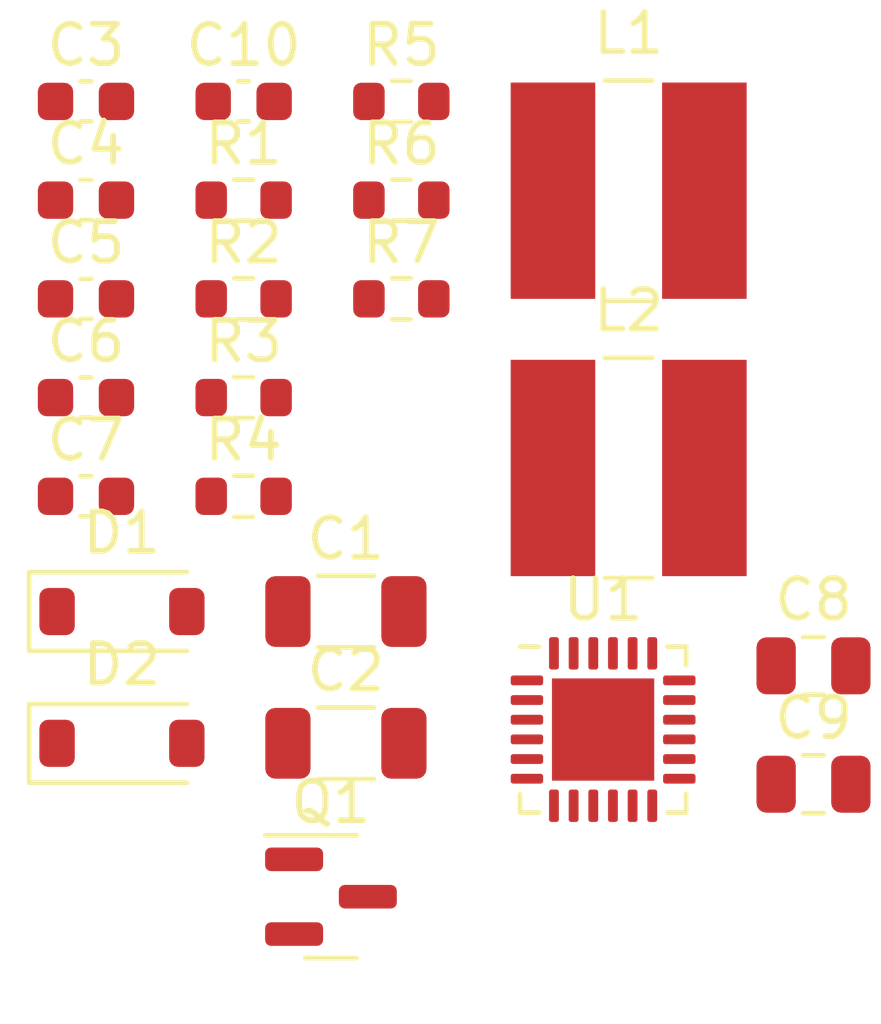
<source format=kicad_pcb>
(kicad_pcb (version 20221018) (generator pcbnew)
  (layers (0 "F.Cu" signal) (31 "B.Cu" signal) (34 "B.Paste" user) (35 "F.Paste" user) (36 "B.SilkS" user "B.Silkscreen") (37 "F.SilkS" user "F.Silkscreen") (38 "B.Mask" user) (39 "F.Mask" user) (44 "Edge.Cuts" user))
  (net 0 "")
  (net 1 "+5V")
  (net 2 "GND")
  (net 3 "/n_mos")
  (net 4 "Net-(U1-ENN)")
  (net 5 "Net-(U1-CP)")
  (net 6 "+12L")
  (net 7 "Net-(U1-FBP)")
  (net 8 "Net-(U1-FBN)")
  (net 9 "-12V")
  (net 10 "Net-(U1-VREF)")
  (net 11 "Net-(U1-CN)")
  (net 12 "/INP")
  (net 13 "/OUT")
  (net 14 "Net-(Q1-G)")
  (footprint "Capacitor_SMD:C_0603_1608Metric" (layer "F.Cu") (at 138.35 61.45)
    (fp_text reference "C10" (at 0 -1.43) (layer "F.SilkS"))
    (fp_text value "4n7")
    (fp_line (start -0.14058 -0.51) (end 0.14058 -0.51) (stroke (width 0.12)) (layer "F.SilkS"))
    (fp_line (start -0.14058 0.51) (end 0.14058 0.51) (stroke (width 0.12)) (layer "F.SilkS"))
    (pad "1" smd roundrect (at -0.775 0) (size 0.9 0.95) (layers "F.Cu" "F.Paste" "F.Mask") (net 11 "Net-(U1-CN)"))
    (pad "2" smd roundrect (at 0.775 0) (size 0.9 0.95) (layers "F.Cu" "F.Paste" "F.Mask") (net 2 "GND"))
  )
  (footprint "Inductor_SMD:L_TracoPower_TCK-047_5.2x5.8mm" (layer "F.Cu") (at 148.14 63.72)
    (fp_text reference "L1" (at 0 -4) (layer "F.SilkS"))
    (fp_text value "10u")
    (fp_line (start -0.6 2.8) (end 0.6 2.8) (stroke (width 0.12)) (layer "F.SilkS"))
    (fp_line (start 0.6 -2.8) (end -0.6 -2.8) (stroke (width 0.12)) (layer "F.SilkS"))
    (pad "1" smd rect (at -1.925 0 90) (size 5.5 2.15) (layers "F.Cu" "F.Paste" "F.Mask") (net 3 "/n_mos"))
    (pad "2" smd rect (at 1.925 0 90) (size 5.5 2.15) (layers "F.Cu" "F.Paste" "F.Mask") (net 12 "/INP"))
  )
  (footprint "Inductor_SMD:L_TracoPower_TCK-047_5.2x5.8mm" (layer "F.Cu") (at 148.14 70.77)
    (fp_text reference "L2" (at 0 -4) (layer "F.SilkS"))
    (fp_text value "10u")
    (fp_line (start -0.6 2.8) (end 0.6 2.8) (stroke (width 0.12)) (layer "F.SilkS"))
    (fp_line (start 0.6 -2.8) (end -0.6 -2.8) (stroke (width 0.12)) (layer "F.SilkS"))
    (pad "1" smd rect (at -1.925 0 90) (size 5.5 2.15) (layers "F.Cu" "F.Paste" "F.Mask") (net 13 "/OUT"))
    (pad "2" smd rect (at 1.925 0 90) (size 5.5 2.15) (layers "F.Cu" "F.Paste" "F.Mask") (net 2 "GND"))
  )
  (footprint "Capacitor_SMD:C_0603_1608Metric" (layer "F.Cu") (at 134.34 61.45)
    (fp_text reference "C3" (at 0 -1.43) (layer "F.SilkS"))
    (fp_text value "100n")
    (fp_line (start -0.14058 -0.51) (end 0.14058 -0.51) (stroke (width 0.12)) (layer "F.SilkS"))
    (fp_line (start -0.14058 0.51) (end 0.14058 0.51) (stroke (width 0.12)) (layer "F.SilkS"))
    (pad "1" smd roundrect (at -0.775 0) (size 0.9 0.95) (layers "F.Cu" "F.Paste" "F.Mask") (net 4 "Net-(U1-ENN)"))
    (pad "2" smd roundrect (at 0.775 0) (size 0.9 0.95) (layers "F.Cu" "F.Paste" "F.Mask") (net 2 "GND"))
  )
  (footprint "Resistor_SMD:R_0603_1608Metric" (layer "F.Cu") (at 142.36 66.47)
    (fp_text reference "R7" (at 0 -1.43) (layer "F.SilkS"))
    (fp_text value "12k")
    (fp_line (start -0.237258 -0.5225) (end 0.237258 -0.5225) (stroke (width 0.12)) (layer "F.SilkS"))
    (fp_line (start -0.237258 0.5225) (end 0.237258 0.5225) (stroke (width 0.12)) (layer "F.SilkS"))
    (pad "1" smd roundrect (at -0.825 0) (size 0.8 0.95) (layers "F.Cu" "F.Paste" "F.Mask") (net 2 "GND"))
    (pad "2" smd roundrect (at 0.825 0) (size 0.8 0.95) (layers "F.Cu" "F.Paste" "F.Mask") (net 6 "+12L"))
  )
  (footprint "Resistor_SMD:R_0603_1608Metric" (layer "F.Cu") (at 138.35 63.96)
    (fp_text reference "R1" (at 0 -1.43) (layer "F.SilkS"))
    (fp_text value "100")
    (fp_line (start -0.237258 -0.5225) (end 0.237258 -0.5225) (stroke (width 0.12)) (layer "F.SilkS"))
    (fp_line (start -0.237258 0.5225) (end 0.237258 0.5225) (stroke (width 0.12)) (layer "F.SilkS"))
    (pad "1" smd roundrect (at -0.825 0) (size 0.8 0.95) (layers "F.Cu" "F.Paste" "F.Mask") (net 4 "Net-(U1-ENN)"))
    (pad "2" smd roundrect (at 0.825 0) (size 0.8 0.95) (layers "F.Cu" "F.Paste" "F.Mask") (net 1 "+5V"))
  )
  (footprint "Resistor_SMD:R_0603_1608Metric" (layer "F.Cu") (at 142.36 63.96)
    (fp_text reference "R6" (at 0 -1.43) (layer "F.SilkS"))
    (fp_text value "12k")
    (fp_line (start -0.237258 -0.5225) (end 0.237258 -0.5225) (stroke (width 0.12)) (layer "F.SilkS"))
    (fp_line (start -0.237258 0.5225) (end 0.237258 0.5225) (stroke (width 0.12)) (layer "F.SilkS"))
    (pad "1" smd roundrect (at -0.825 0) (size 0.8 0.95) (layers "F.Cu" "F.Paste" "F.Mask") (net 2 "GND"))
    (pad "2" smd roundrect (at 0.825 0) (size 0.8 0.95) (layers "F.Cu" "F.Paste" "F.Mask") (net 9 "-12V"))
  )
  (footprint "Resistor_SMD:R_0603_1608Metric" (layer "F.Cu") (at 138.35 66.47)
    (fp_text reference "R2" (at 0 -1.43) (layer "F.SilkS"))
    (fp_text value "1M")
    (fp_line (start -0.237258 -0.5225) (end 0.237258 -0.5225) (stroke (width 0.12)) (layer "F.SilkS"))
    (fp_line (start -0.237258 0.5225) (end 0.237258 0.5225) (stroke (width 0.12)) (layer "F.SilkS"))
    (pad "1" smd roundrect (at -0.825 0) (size 0.8 0.95) (layers "F.Cu" "F.Paste" "F.Mask") (net 7 "Net-(U1-FBP)"))
    (pad "2" smd roundrect (at 0.825 0) (size 0.8 0.95) (layers "F.Cu" "F.Paste" "F.Mask") (net 6 "+12L"))
  )
  (footprint "Capacitor_SMD:C_1206_3216Metric" (layer "F.Cu") (at 140.95 74.42)
    (fp_text reference "C1" (at 0 -1.85) (layer "F.SilkS"))
    (fp_text value "10u")
    (fp_line (start -0.711252 -0.91) (end 0.711252 -0.91) (stroke (width 0.12)) (layer "F.SilkS"))
    (fp_line (start -0.711252 0.91) (end 0.711252 0.91) (stroke (width 0.12)) (layer "F.SilkS"))
    (pad "1" smd roundrect (at -1.475 0) (size 1.15 1.8) (layers "F.Cu" "F.Paste" "F.Mask") (roundrect_rratio 0.217391) (net 1 "+5V"))
    (pad "2" smd roundrect (at 1.475 0) (size 1.15 1.8) (layers "F.Cu" "F.Paste" "F.Mask") (roundrect_rratio 0.217391) (net 2 "GND"))
  )
  (footprint "Capacitor_SMD:C_1206_3216Metric" (layer "F.Cu") (at 140.95 77.77)
    (fp_text reference "C2" (at 0 -1.85) (layer "F.SilkS"))
    (fp_text value "10u")
    (fp_line (start -0.711252 -0.91) (end 0.711252 -0.91) (stroke (width 0.12)) (layer "F.SilkS"))
    (fp_line (start -0.711252 0.91) (end 0.711252 0.91) (stroke (width 0.12)) (layer "F.SilkS"))
    (pad "1" smd roundrect (at -1.475 0) (size 1.15 1.8) (layers "F.Cu" "F.Paste" "F.Mask") (roundrect_rratio 0.217391) (net 3 "/n_mos"))
    (pad "2" smd roundrect (at 1.475 0) (size 1.15 1.8) (layers "F.Cu" "F.Paste" "F.Mask") (roundrect_rratio 0.217391) (net 2 "GND"))
  )
  (footprint "Capacitor_SMD:C_0603_1608Metric" (layer "F.Cu") (at 134.34 68.98)
    (fp_text reference "C6" (at 0 -1.43) (layer "F.SilkS"))
    (fp_text value "8p2")
    (fp_line (start -0.14058 -0.51) (end 0.14058 -0.51) (stroke (width 0.12)) (layer "F.SilkS"))
    (fp_line (start -0.14058 0.51) (end 0.14058 0.51) (stroke (width 0.12)) (layer "F.SilkS"))
    (pad "1" smd roundrect (at -0.775 0) (size 0.9 0.95) (layers "F.Cu" "F.Paste" "F.Mask") (net 8 "Net-(U1-FBN)"))
    (pad "2" smd roundrect (at 0.775 0) (size 0.9 0.95) (layers "F.Cu" "F.Paste" "F.Mask") (net 9 "-12V"))
  )
  (footprint "Resistor_SMD:R_0603_1608Metric" (layer "F.Cu") (at 142.36 61.45)
    (fp_text reference "R5" (at 0 -1.43) (layer "F.SilkS"))
    (fp_text value "1M")
    (fp_line (start -0.237258 -0.5225) (end 0.237258 -0.5225) (stroke (width 0.12)) (layer "F.SilkS"))
    (fp_line (start -0.237258 0.5225) (end 0.237258 0.5225) (stroke (width 0.12)) (layer "F.SilkS"))
    (pad "1" smd roundrect (at -0.825 0) (size 0.8 0.95) (layers "F.Cu" "F.Paste" "F.Mask") (net 9 "-12V"))
    (pad "2" smd roundrect (at 0.825 0) (size 0.8 0.95) (layers "F.Cu" "F.Paste" "F.Mask") (net 8 "Net-(U1-FBN)"))
  )
  (footprint "Resistor_SMD:R_0603_1608Metric" (layer "F.Cu") (at 138.35 71.49)
    (fp_text reference "R4" (at 0 -1.43) (layer "F.SilkS"))
    (fp_text value "100k")
    (fp_line (start -0.237258 -0.5225) (end 0.237258 -0.5225) (stroke (width 0.12)) (layer "F.SilkS"))
    (fp_line (start -0.237258 0.5225) (end 0.237258 0.5225) (stroke (width 0.12)) (layer "F.SilkS"))
    (pad "1" smd roundrect (at -0.825 0) (size 0.8 0.95) (layers "F.Cu" "F.Paste" "F.Mask") (net 8 "Net-(U1-FBN)"))
    (pad "2" smd roundrect (at 0.825 0) (size 0.8 0.95) (layers "F.Cu" "F.Paste" "F.Mask") (net 10 "Net-(U1-VREF)"))
  )
  (footprint "Diode_SMD:D_SOD-123" (layer "F.Cu") (at 135.255 77.77)
    (fp_text reference "D2" (at 0 -2) (layer "F.SilkS"))
    (fp_text value "B5819W")
    (fp_line (start -2.36 -1) (end -2.36 1) (stroke (width 0.12)) (layer "F.SilkS"))
    (fp_line (start -2.36 -1) (end 1.65 -1) (stroke (width 0.12)) (layer "F.SilkS"))
    (fp_line (start -2.36 1) (end 1.65 1) (stroke (width 0.12)) (layer "F.SilkS"))
    (pad "1" smd roundrect (at -1.65 0) (size 0.9 1.2) (layers "F.Cu" "F.Paste" "F.Mask") (net 13 "/OUT"))
    (pad "2" smd roundrect (at 1.65 0) (size 0.9 1.2) (layers "F.Cu" "F.Paste" "F.Mask") (net 9 "-12V"))
  )
  (footprint "Resistor_SMD:R_0603_1608Metric" (layer "F.Cu") (at 138.35 68.98)
    (fp_text reference "R3" (at 0 -1.43) (layer "F.SilkS"))
    (fp_text value "110k")
    (fp_line (start -0.237258 -0.5225) (end 0.237258 -0.5225) (stroke (width 0.12)) (layer "F.SilkS"))
    (fp_line (start -0.237258 0.5225) (end 0.237258 0.5225) (stroke (width 0.12)) (layer "F.SilkS"))
    (pad "1" smd roundrect (at -0.825 0) (size 0.8 0.95) (layers "F.Cu" "F.Paste" "F.Mask") (net 2 "GND"))
    (pad "2" smd roundrect (at 0.825 0) (size 0.8 0.95) (layers "F.Cu" "F.Paste" "F.Mask") (net 7 "Net-(U1-FBP)"))
  )
  (footprint "Diode_SMD:D_SOD-123" (layer "F.Cu") (at 135.255 74.42)
    (fp_text reference "D1" (at 0 -2) (layer "F.SilkS"))
    (fp_text value "B5819W")
    (fp_line (start -2.36 -1) (end -2.36 1) (stroke (width 0.12)) (layer "F.SilkS"))
    (fp_line (start -2.36 -1) (end 1.65 -1) (stroke (width 0.12)) (layer "F.SilkS"))
    (fp_line (start -2.36 1) (end 1.65 1) (stroke (width 0.12)) (layer "F.SilkS"))
    (pad "1" smd roundrect (at -1.65 0) (size 0.9 1.2) (layers "F.Cu" "F.Paste" "F.Mask") (net 6 "+12L"))
    (pad "2" smd roundrect (at 1.65 0) (size 0.9 1.2) (layers "F.Cu" "F.Paste" "F.Mask") (net 12 "/INP"))
  )
  (footprint "Capacitor_SMD:C_0603_1608Metric" (layer "F.Cu") (at 134.34 63.96)
    (fp_text reference "C4" (at 0 -1.43) (layer "F.SilkS"))
    (fp_text value "10n")
    (fp_line (start -0.14058 -0.51) (end 0.14058 -0.51) (stroke (width 0.12)) (layer "F.SilkS"))
    (fp_line (start -0.14058 0.51) (end 0.14058 0.51) (stroke (width 0.12)) (layer "F.SilkS"))
    (pad "1" smd roundrect (at -0.775 0) (size 0.9 0.95) (layers "F.Cu" "F.Paste" "F.Mask") (net 5 "Net-(U1-CP)"))
    (pad "2" smd roundrect (at 0.775 0) (size 0.9 0.95) (layers "F.Cu" "F.Paste" "F.Mask") (net 2 "GND"))
  )
  (footprint "Capacitor_SMD:C_0603_1608Metric" (layer "F.Cu") (at 134.34 66.47)
    (fp_text reference "C5" (at 0 -1.43) (layer "F.SilkS"))
    (fp_text value "6p8")
    (fp_line (start -0.14058 -0.51) (end 0.14058 -0.51) (stroke (width 0.12)) (layer "F.SilkS"))
    (fp_line (start -0.14058 0.51) (end 0.14058 0.51) (stroke (width 0.12)) (layer "F.SilkS"))
    (pad "1" smd roundrect (at -0.775 0) (size 0.9 0.95) (layers "F.Cu" "F.Paste" "F.Mask") (net 6 "+12L"))
    (pad "2" smd roundrect (at 0.775 0) (size 0.9 0.95) (layers "F.Cu" "F.Paste" "F.Mask") (net 7 "Net-(U1-FBP)"))
  )
  (footprint "Capacitor_SMD:C_0603_1608Metric" (layer "F.Cu") (at 134.34 71.49)
    (fp_text reference "C7" (at 0 -1.43) (layer "F.SilkS"))
    (fp_text value "220n")
    (fp_line (start -0.14058 -0.51) (end 0.14058 -0.51) (stroke (width 0.12)) (layer "F.SilkS"))
    (fp_line (start -0.14058 0.51) (end 0.14058 0.51) (stroke (width 0.12)) (layer "F.SilkS"))
    (pad "1" smd roundrect (at -0.775 0) (size 0.9 0.95) (layers "F.Cu" "F.Paste" "F.Mask") (net 10 "Net-(U1-VREF)"))
    (pad "2" smd roundrect (at 0.775 0) (size 0.9 0.95) (layers "F.Cu" "F.Paste" "F.Mask") (net 2 "GND"))
  )
  (footprint "Capacitor_SMD:C_0805_2012Metric" (layer "F.Cu") (at 152.84 78.81)
    (fp_text reference "C9" (at 0 -1.68) (layer "F.SilkS"))
    (fp_text value "22u")
    (fp_line (start -0.261252 -0.735) (end 0.261252 -0.735) (stroke (width 0.12)) (layer "F.SilkS"))
    (fp_line (start -0.261252 0.735) (end 0.261252 0.735) (stroke (width 0.12)) (layer "F.SilkS"))
    (pad "1" smd roundrect (at -0.95 0) (size 1 1.45) (layers "F.Cu" "F.Paste" "F.Mask") (net 6 "+12L"))
    (pad "2" smd roundrect (at 0.95 0) (size 1 1.45) (layers "F.Cu" "F.Paste" "F.Mask") (net 2 "GND"))
  )
  (footprint "Package_DFN_QFN:QFN-24-1EP_4x4mm_P0.5mm_EP2.6x2.6mm" (layer "F.Cu") (at 147.49 77.42)
    (fp_text reference "U1" (at 0 -3.3) (layer "F.SilkS"))
    (fp_text value "TPS65131RGER")
    (fp_line (start -2.11 2.11) (end -2.11 1.635) (stroke (width 0.12)) (layer "F.SilkS"))
    (fp_line (start -1.635 -2.11) (end -2.11 -2.11) (stroke (width 0.12)) (layer "F.SilkS"))
    (fp_line (start -1.635 2.11) (end -2.11 2.11) (stroke (width 0.12)) (layer "F.SilkS"))
    (fp_line (start 1.635 -2.11) (end 2.11 -2.11) (stroke (width 0.12)) (layer "F.SilkS"))
    (fp_line (start 1.635 2.11) (end 2.11 2.11) (stroke (width 0.12)) (layer "F.SilkS"))
    (fp_line (start 2.11 -2.11) (end 2.11 -1.635) (stroke (width 0.12)) (layer "F.SilkS"))
    (fp_line (start 2.11 2.11) (end 2.11 1.635) (stroke (width 0.12)) (layer "F.SilkS"))
    (pad "1" smd roundrect (at -1.9375 -1.25) (size 0.825 0.25) (layers "F.Cu" "F.Paste" "F.Mask") (net 12 "/INP"))
    (pad "2" smd roundrect (at -1.9375 -0.75) (size 0.825 0.25) (layers "F.Cu" "F.Paste" "F.Mask") (net 2 "GND"))
    (pad "3" smd roundrect (at -1.9375 -0.25) (size 0.825 0.25) (layers "F.Cu" "F.Paste" "F.Mask") (net 2 "GND"))
    (pad "4" smd roundrect (at -1.9375 0.25) (size 0.825 0.25) (layers "F.Cu" "F.Paste" "F.Mask") (net 4 "Net-(U1-ENN)"))
    (pad "5" smd roundrect (at -1.9375 0.75) (size 0.825 0.25) (layers "F.Cu" "F.Paste" "F.Mask") (net 1 "+5V"))
    (pad "6" smd roundrect (at -1.9375 1.25) (size 0.825 0.25) (layers "F.Cu" "F.Paste" "F.Mask") (net 1 "+5V"))
    (pad "7" smd roundrect (at -1.25 1.9375) (size 0.25 0.825) (layers "F.Cu" "F.Paste" "F.Mask") (net 14 "Net-(Q1-G)"))
    (pad "8" smd roundrect (at -0.75 1.9375) (size 0.25 0.825) (layers "F.Cu" "F.Paste" "F.Mask") (net 4 "Net-(U1-ENN)"))
    (pad "9" smd roundrect (at -0.25 1.9375) (size 0.25 0.825) (layers "F.Cu" "F.Paste" "F.Mask") (net 4 "Net-(U1-ENN)"))
    (pad "10" smd roundrect (at 0.25 1.9375) (size 0.25 0.825) (layers "F.Cu" "F.Paste" "F.Mask") (net 4 "Net-(U1-ENN)"))
    (pad "11" smd roundrect (at 0.75 1.9375) (size 0.25 0.825) (layers "F.Cu" "F.Paste" "F.Mask") (net 4 "Net-(U1-ENN)"))
    (pad "12" smd roundrect (at 1.25 1.9375) (size 0.25 0.825) (layers "F.Cu" "F.Paste" "F.Mask"))
    (pad "13" smd roundrect (at 1.9375 1.25) (size 0.825 0.25) (layers "F.Cu" "F.Paste" "F.Mask") (net 13 "/OUT"))
    (pad "14" smd roundrect (at 1.9375 0.75) (size 0.825 0.25) (layers "F.Cu" "F.Paste" "F.Mask") (net 13 "/OUT"))
    (pad "15" smd roundrect (at 1.9375 0.25) (size 0.825 0.25) (layers "F.Cu" "F.Paste" "F.Mask") (net 9 "-12V"))
    (pad "16" smd roundrect (at 1.9375 -0.25) (size 0.825 0.25) (layers "F.Cu" "F.Paste" "F.Mask") (net 8 "Net-(U1-FBN)"))
    (pad "17" smd roundrect (at 1.9375 -0.75) (size 0.825 0.25) (layers "F.Cu" "F.Paste" "F.Mask") (net 10 "Net-(U1-VREF)"))
    (pad "18" smd roundrect (at 1.9375 -1.25) (size 0.825 0.25) (layers "F.Cu" "F.Paste" "F.Mask") (net 11 "Net-(U1-CN)"))
    (pad "19" smd roundrect (at 1.25 -1.9375) (size 0.25 0.825) (layers "F.Cu" "F.Paste" "F.Mask") (net 2 "GND"))
    (pad "20" smd roundrect (at 0.75 -1.9375) (size 0.25 0.825) (layers "F.Cu" "F.Paste" "F.Mask"))
    (pad "21" smd roundrect (at 0.25 -1.9375) (size 0.25 0.825) (layers "F.Cu" "F.Paste" "F.Mask") (net 5 "Net-(U1-CP)"))
    (pad "22" smd roundrect (at -0.25 -1.9375) (size 0.25 0.825) (layers "F.Cu" "F.Paste" "F.Mask") (net 7 "Net-(U1-FBP)"))
    (pad "23" smd roundrect (at -0.75 -1.9375) (size 0.25 0.825) (layers "F.Cu" "F.Paste" "F.Mask") (net 6 "+12L"))
    (pad "24" smd roundrect (at -1.25 -1.9375) (size 0.25 0.825) (layers "F.Cu" "F.Paste" "F.Mask") (net 12 "/INP"))
    (pad "25" smd rect (at 0 0) (size 2.6 2.6) (layers "F.Cu" "F.Mask") (net 2 "GND"))
  )
  (footprint "Capacitor_SMD:C_0805_2012Metric" (layer "F.Cu") (at 152.84 75.8)
    (fp_text reference "C8" (at 0 -1.68) (layer "F.SilkS"))
    (fp_text value "22u")
    (fp_line (start -0.261252 -0.735) (end 0.261252 -0.735) (stroke (width 0.12)) (layer "F.SilkS"))
    (fp_line (start -0.261252 0.735) (end 0.261252 0.735) (stroke (width 0.12)) (layer "F.SilkS"))
    (pad "1" smd roundrect (at -0.95 0) (size 1 1.45) (layers "F.Cu" "F.Paste" "F.Mask") (net 9 "-12V"))
    (pad "2" smd roundrect (at 0.95 0) (size 1 1.45) (layers "F.Cu" "F.Paste" "F.Mask") (net 2 "GND"))
  )
  (footprint "Package_TO_SOT_SMD:SOT-23" (layer "F.Cu") (at 140.57 81.67)
    (fp_text reference "Q1" (at 0 -2.4) (layer "F.SilkS"))
    (fp_text value "AO3401A")
    (fp_line (start 0 -1.56) (end -1.675 -1.56) (stroke (width 0.12)) (layer "F.SilkS"))
    (fp_line (start 0 -1.56) (end 0.65 -1.56) (stroke (width 0.12)) (layer "F.SilkS"))
    (fp_line (start 0 1.56) (end -0.65 1.56) (stroke (width 0.12)) (layer "F.SilkS"))
    (fp_line (start 0 1.56) (end 0.65 1.56) (stroke (width 0.12)) (layer "F.SilkS"))
    (pad "1" smd roundrect (at -0.9375 -0.95) (size 1.475 0.6) (layers "F.Cu" "F.Paste" "F.Mask") (net 14 "Net-(Q1-G)"))
    (pad "2" smd roundrect (at -0.9375 0.95) (size 1.475 0.6) (layers "F.Cu" "F.Paste" "F.Mask") (net 1 "+5V"))
    (pad "3" smd roundrect (at 0.9375 0) (size 1.475 0.6) (layers "F.Cu" "F.Paste" "F.Mask") (net 3 "/n_mos"))
  )
)
</source>
